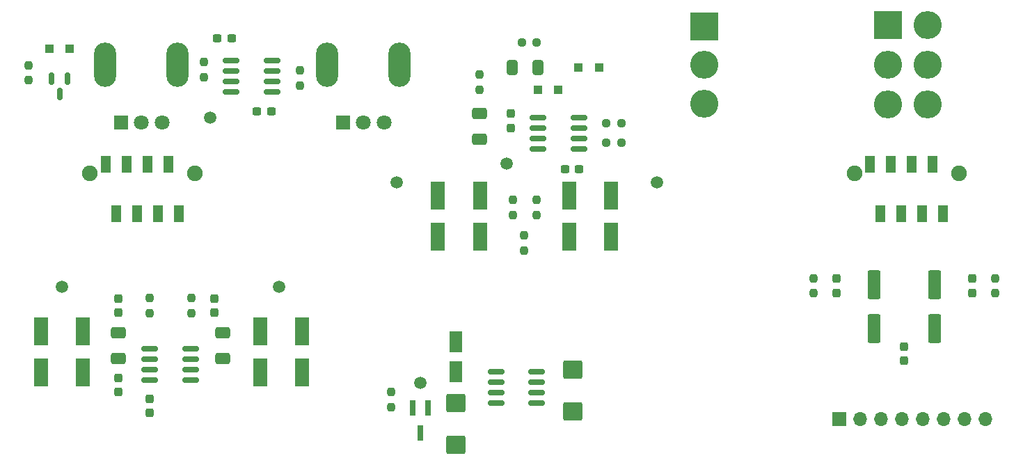
<source format=gbr>
%TF.GenerationSoftware,KiCad,Pcbnew,(6.0.9-0)*%
%TF.CreationDate,2024-08-25T20:50:42+02:00*%
%TF.ProjectId,preamp-test,70726561-6d70-42d7-9465-73742e6b6963,rev?*%
%TF.SameCoordinates,Original*%
%TF.FileFunction,Soldermask,Bot*%
%TF.FilePolarity,Negative*%
%FSLAX46Y46*%
G04 Gerber Fmt 4.6, Leading zero omitted, Abs format (unit mm)*
G04 Created by KiCad (PCBNEW (6.0.9-0)) date 2024-08-25 20:50:42*
%MOMM*%
%LPD*%
G01*
G04 APERTURE LIST*
G04 Aperture macros list*
%AMRoundRect*
0 Rectangle with rounded corners*
0 $1 Rounding radius*
0 $2 $3 $4 $5 $6 $7 $8 $9 X,Y pos of 4 corners*
0 Add a 4 corners polygon primitive as box body*
4,1,4,$2,$3,$4,$5,$6,$7,$8,$9,$2,$3,0*
0 Add four circle primitives for the rounded corners*
1,1,$1+$1,$2,$3*
1,1,$1+$1,$4,$5*
1,1,$1+$1,$6,$7*
1,1,$1+$1,$8,$9*
0 Add four rect primitives between the rounded corners*
20,1,$1+$1,$2,$3,$4,$5,0*
20,1,$1+$1,$4,$5,$6,$7,0*
20,1,$1+$1,$6,$7,$8,$9,0*
20,1,$1+$1,$8,$9,$2,$3,0*%
G04 Aperture macros list end*
%ADD10R,3.416000X3.416000*%
%ADD11O,3.416000X3.416000*%
%ADD12O,2.700000X5.400000*%
%ADD13R,1.800000X1.800000*%
%ADD14C,1.800000*%
%ADD15RoundRect,0.237500X0.237500X-0.250000X0.237500X0.250000X-0.237500X0.250000X-0.237500X-0.250000X0*%
%ADD16RoundRect,0.237500X-0.237500X0.250000X-0.237500X-0.250000X0.237500X-0.250000X0.237500X0.250000X0*%
%ADD17RoundRect,0.237500X0.237500X-0.300000X0.237500X0.300000X-0.237500X0.300000X-0.237500X-0.300000X0*%
%ADD18RoundRect,0.237500X0.250000X0.237500X-0.250000X0.237500X-0.250000X-0.237500X0.250000X-0.237500X0*%
%ADD19RoundRect,0.150000X-0.150000X0.587500X-0.150000X-0.587500X0.150000X-0.587500X0.150000X0.587500X0*%
%ADD20C,1.900000*%
%ADD21R,1.200000X2.000000*%
%ADD22R,1.000000X1.000000*%
%ADD23C,1.500000*%
%ADD24R,1.800000X3.500000*%
%ADD25RoundRect,0.237500X-0.237500X0.300000X-0.237500X-0.300000X0.237500X-0.300000X0.237500X0.300000X0*%
%ADD26RoundRect,0.237500X-0.300000X-0.237500X0.300000X-0.237500X0.300000X0.237500X-0.300000X0.237500X0*%
%ADD27RoundRect,0.150000X0.825000X0.150000X-0.825000X0.150000X-0.825000X-0.150000X0.825000X-0.150000X0*%
%ADD28R,0.800000X1.900000*%
%ADD29RoundRect,0.250000X0.650000X-0.412500X0.650000X0.412500X-0.650000X0.412500X-0.650000X-0.412500X0*%
%ADD30RoundRect,0.250000X-0.412500X-0.650000X0.412500X-0.650000X0.412500X0.650000X-0.412500X0.650000X0*%
%ADD31RoundRect,0.250000X0.550000X-1.050000X0.550000X1.050000X-0.550000X1.050000X-0.550000X-1.050000X0*%
%ADD32RoundRect,0.250000X-0.550000X1.500000X-0.550000X-1.500000X0.550000X-1.500000X0.550000X1.500000X0*%
%ADD33RoundRect,0.250000X-0.925000X0.875000X-0.925000X-0.875000X0.925000X-0.875000X0.925000X0.875000X0*%
%ADD34R,1.700000X1.700000*%
%ADD35O,1.700000X1.700000*%
%ADD36RoundRect,0.237500X-0.250000X-0.237500X0.250000X-0.237500X0.250000X0.237500X-0.250000X0.237500X0*%
%ADD37RoundRect,0.250000X0.925000X-0.875000X0.925000X0.875000X-0.925000X0.875000X-0.925000X-0.875000X0*%
G04 APERTURE END LIST*
D10*
%TO.C,SW1*%
X121900000Y-73701000D03*
D11*
X121900000Y-78400000D03*
X121900000Y-83099000D03*
%TD*%
D12*
%TO.C,RV2*%
X57800000Y-78400000D03*
X49000000Y-78400000D03*
D13*
X50900000Y-85400000D03*
D14*
X53400000Y-85400000D03*
X55900000Y-85400000D03*
%TD*%
D12*
%TO.C,RV1*%
X84800000Y-78400000D03*
X76000000Y-78400000D03*
D13*
X77900000Y-85400000D03*
D14*
X80400000Y-85400000D03*
X82900000Y-85400000D03*
%TD*%
D10*
%TO.C,SW2*%
X144187000Y-73566000D03*
D11*
X144187000Y-78396000D03*
X144187000Y-83226000D03*
X149017000Y-73566000D03*
X149017000Y-78396000D03*
X149017000Y-83226000D03*
%TD*%
D15*
%TO.C,R2*%
X83751500Y-120038500D03*
X83751500Y-118213500D03*
%TD*%
D16*
%TO.C,R7*%
X98552000Y-94845500D03*
X98552000Y-96670500D03*
%TD*%
D17*
%TO.C,C17*%
X50546000Y-118210500D03*
X50546000Y-116485500D03*
%TD*%
D18*
%TO.C,R5*%
X111783500Y-85471000D03*
X109958500Y-85471000D03*
%TD*%
D19*
%TO.C,Q1*%
X42484000Y-80088500D03*
X44384000Y-80088500D03*
X43434000Y-81963500D03*
%TD*%
D20*
%TO.C,J8*%
X152870000Y-91600000D03*
X140130000Y-91600000D03*
D21*
X142050000Y-90500000D03*
X143320000Y-96500000D03*
X144590000Y-90500000D03*
X145860000Y-96500000D03*
X147130000Y-90500000D03*
X148400000Y-96500000D03*
X149670000Y-90500000D03*
X150940000Y-96500000D03*
%TD*%
D22*
%TO.C,D1*%
X44684000Y-76454000D03*
X42184000Y-76454000D03*
%TD*%
D23*
%TO.C,TP3*%
X84455000Y-92710000D03*
%TD*%
D16*
%TO.C,R12*%
X72644000Y-79097500D03*
X72644000Y-80922500D03*
%TD*%
D24*
%TO.C,D3*%
X105410000Y-99274000D03*
X105410000Y-94274000D03*
%TD*%
D18*
%TO.C,R6*%
X111783500Y-87884000D03*
X109958500Y-87884000D03*
%TD*%
D25*
%TO.C,C6*%
X146177000Y-112675500D03*
X146177000Y-114400500D03*
%TD*%
D16*
%TO.C,R9*%
X99949000Y-99163500D03*
X99949000Y-100988500D03*
%TD*%
D23*
%TO.C,TP1*%
X87307500Y-117094000D03*
%TD*%
D26*
%TO.C,C20*%
X67463500Y-84074000D03*
X69188500Y-84074000D03*
%TD*%
D23*
%TO.C,TP4*%
X116078000Y-92710000D03*
%TD*%
D24*
%TO.C,D10*%
X41148000Y-110784000D03*
X41148000Y-115784000D03*
%TD*%
D20*
%TO.C,J9*%
X59870000Y-91600000D03*
X47130000Y-91600000D03*
D21*
X49050000Y-90500000D03*
X50320000Y-96500000D03*
X51590000Y-90500000D03*
X52860000Y-96500000D03*
X54130000Y-90500000D03*
X55400000Y-96500000D03*
X56670000Y-90500000D03*
X57940000Y-96500000D03*
%TD*%
D27*
%TO.C,U2*%
X106615000Y-84836000D03*
X106615000Y-86106000D03*
X106615000Y-87376000D03*
X106615000Y-88646000D03*
X101665000Y-88646000D03*
X101665000Y-87376000D03*
X101665000Y-86106000D03*
X101665000Y-84836000D03*
%TD*%
D24*
%TO.C,D5*%
X110490000Y-94274000D03*
X110490000Y-99274000D03*
%TD*%
D27*
%TO.C,U1*%
X101466500Y-115697000D03*
X101466500Y-116967000D03*
X101466500Y-118237000D03*
X101466500Y-119507000D03*
X96516500Y-119507000D03*
X96516500Y-118237000D03*
X96516500Y-116967000D03*
X96516500Y-115697000D03*
%TD*%
D23*
%TO.C,TP7*%
X70104000Y-105410000D03*
%TD*%
D28*
%TO.C,Q2*%
X86357500Y-120166000D03*
X88257500Y-120166000D03*
X87307500Y-123166000D03*
%TD*%
D24*
%TO.C,D8*%
X46228000Y-115824000D03*
X46228000Y-110824000D03*
%TD*%
D29*
%TO.C,C14*%
X63246000Y-114084500D03*
X63246000Y-110959500D03*
%TD*%
D22*
%TO.C,D6*%
X109073000Y-78740000D03*
X106573000Y-78740000D03*
%TD*%
D23*
%TO.C,TP2*%
X97790000Y-90424000D03*
%TD*%
D30*
%TO.C,C9*%
X98513500Y-78740000D03*
X101638500Y-78740000D03*
%TD*%
D25*
%TO.C,C16*%
X62230000Y-106833500D03*
X62230000Y-108558500D03*
%TD*%
D31*
%TO.C,C1*%
X91625500Y-115719000D03*
X91625500Y-112119000D03*
%TD*%
D15*
%TO.C,R8*%
X101473000Y-96670500D03*
X101473000Y-94845500D03*
%TD*%
D29*
%TO.C,C13*%
X50546000Y-114084500D03*
X50546000Y-110959500D03*
%TD*%
D23*
%TO.C,TP6*%
X43688000Y-105410000D03*
%TD*%
D32*
%TO.C,C8*%
X149860000Y-105101000D03*
X149860000Y-110501000D03*
%TD*%
%TO.C,C7*%
X142494000Y-105101000D03*
X142494000Y-110501000D03*
%TD*%
D17*
%TO.C,C19*%
X54356000Y-120750500D03*
X54356000Y-119025500D03*
%TD*%
D33*
%TO.C,C2*%
X105849500Y-115433000D03*
X105849500Y-120533000D03*
%TD*%
D34*
%TO.C,J1*%
X138303000Y-121500000D03*
D35*
X140843000Y-121500000D03*
X143383000Y-121500000D03*
X145923000Y-121500000D03*
X148463000Y-121500000D03*
X151003000Y-121500000D03*
X153543000Y-121500000D03*
X156083000Y-121500000D03*
%TD*%
D24*
%TO.C,D9*%
X67818000Y-115784000D03*
X67818000Y-110784000D03*
%TD*%
D15*
%TO.C,FB2*%
X59436000Y-108608500D03*
X59436000Y-106783500D03*
%TD*%
%TO.C,R4*%
X157226000Y-106173500D03*
X157226000Y-104348500D03*
%TD*%
D26*
%TO.C,C12*%
X104928500Y-91059000D03*
X106653500Y-91059000D03*
%TD*%
D24*
%TO.C,D2*%
X94615000Y-99274000D03*
X94615000Y-94274000D03*
%TD*%
D25*
%TO.C,C11*%
X98298000Y-84354500D03*
X98298000Y-86079500D03*
%TD*%
D36*
%TO.C,R10*%
X99671500Y-75692000D03*
X101496500Y-75692000D03*
%TD*%
D17*
%TO.C,C15*%
X50546000Y-108558500D03*
X50546000Y-106833500D03*
%TD*%
D25*
%TO.C,C4*%
X137922000Y-104398500D03*
X137922000Y-106123500D03*
%TD*%
D15*
%TO.C,R11*%
X94488000Y-81430500D03*
X94488000Y-79605500D03*
%TD*%
D27*
%TO.C,U4*%
X59371000Y-112903000D03*
X59371000Y-114173000D03*
X59371000Y-115443000D03*
X59371000Y-116713000D03*
X54421000Y-116713000D03*
X54421000Y-115443000D03*
X54421000Y-114173000D03*
X54421000Y-112903000D03*
%TD*%
D26*
%TO.C,C18*%
X62637500Y-75184000D03*
X64362500Y-75184000D03*
%TD*%
D22*
%TO.C,D7*%
X104120000Y-81407000D03*
X101620000Y-81407000D03*
%TD*%
D16*
%TO.C,R3*%
X135128000Y-104348500D03*
X135128000Y-106173500D03*
%TD*%
D27*
%TO.C,U3*%
X69277000Y-77851000D03*
X69277000Y-79121000D03*
X69277000Y-80391000D03*
X69277000Y-81661000D03*
X64327000Y-81661000D03*
X64327000Y-80391000D03*
X64327000Y-79121000D03*
X64327000Y-77851000D03*
%TD*%
D15*
%TO.C,R13*%
X60960000Y-79906500D03*
X60960000Y-78081500D03*
%TD*%
%TO.C,FB1*%
X54356000Y-108608500D03*
X54356000Y-106783500D03*
%TD*%
D24*
%TO.C,D4*%
X89408000Y-94274000D03*
X89408000Y-99274000D03*
%TD*%
D23*
%TO.C,TP5*%
X61722000Y-84836000D03*
%TD*%
D37*
%TO.C,C3*%
X91625500Y-124597000D03*
X91625500Y-119497000D03*
%TD*%
D24*
%TO.C,D11*%
X72898000Y-110784000D03*
X72898000Y-115784000D03*
%TD*%
D17*
%TO.C,C5*%
X154432000Y-106123500D03*
X154432000Y-104398500D03*
%TD*%
D16*
%TO.C,R1*%
X39624000Y-78439000D03*
X39624000Y-80264000D03*
%TD*%
D29*
%TO.C,C10*%
X94488000Y-87414500D03*
X94488000Y-84289500D03*
%TD*%
M02*

</source>
